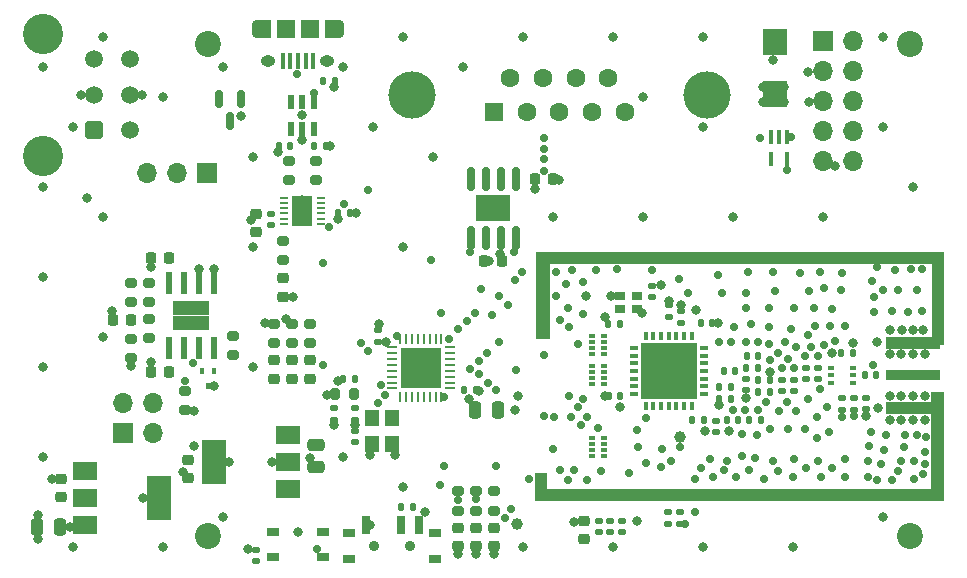
<source format=gbr>
%TF.GenerationSoftware,KiCad,Pcbnew,7.0.6*%
%TF.CreationDate,2023-10-05T23:14:00-06:00*%
%TF.ProjectId,CAN-USB RF Module,43414e2d-5553-4422-9052-46204d6f6475,1.0*%
%TF.SameCoordinates,Original*%
%TF.FileFunction,Soldermask,Top*%
%TF.FilePolarity,Negative*%
%FSLAX46Y46*%
G04 Gerber Fmt 4.6, Leading zero omitted, Abs format (unit mm)*
G04 Created by KiCad (PCBNEW 7.0.6) date 2023-10-05 23:14:00*
%MOMM*%
%LPD*%
G01*
G04 APERTURE LIST*
G04 Aperture macros list*
%AMRoundRect*
0 Rectangle with rounded corners*
0 $1 Rounding radius*
0 $2 $3 $4 $5 $6 $7 $8 $9 X,Y pos of 4 corners*
0 Add a 4 corners polygon primitive as box body*
4,1,4,$2,$3,$4,$5,$6,$7,$8,$9,$2,$3,0*
0 Add four circle primitives for the rounded corners*
1,1,$1+$1,$2,$3*
1,1,$1+$1,$4,$5*
1,1,$1+$1,$6,$7*
1,1,$1+$1,$8,$9*
0 Add four rect primitives between the rounded corners*
20,1,$1+$1,$2,$3,$4,$5,0*
20,1,$1+$1,$4,$5,$6,$7,0*
20,1,$1+$1,$6,$7,$8,$9,0*
20,1,$1+$1,$8,$9,$2,$3,0*%
G04 Aperture macros list end*
%ADD10C,0.000000*%
%ADD11RoundRect,0.200000X0.200000X0.275000X-0.200000X0.275000X-0.200000X-0.275000X0.200000X-0.275000X0*%
%ADD12RoundRect,0.225000X0.225000X0.250000X-0.225000X0.250000X-0.225000X-0.250000X0.225000X-0.250000X0*%
%ADD13RoundRect,0.225000X-0.225000X-0.250000X0.225000X-0.250000X0.225000X0.250000X-0.225000X0.250000X0*%
%ADD14RoundRect,0.150000X0.150000X-0.825000X0.150000X0.825000X-0.150000X0.825000X-0.150000X-0.825000X0*%
%ADD15R,3.000000X2.290000*%
%ADD16RoundRect,0.200000X-0.275000X0.200000X-0.275000X-0.200000X0.275000X-0.200000X0.275000X0.200000X0*%
%ADD17RoundRect,0.140000X-0.140000X-0.170000X0.140000X-0.170000X0.140000X0.170000X-0.140000X0.170000X0*%
%ADD18RoundRect,0.218750X0.256250X-0.218750X0.256250X0.218750X-0.256250X0.218750X-0.256250X-0.218750X0*%
%ADD19RoundRect,0.135000X-0.185000X0.135000X-0.185000X-0.135000X0.185000X-0.135000X0.185000X0.135000X0*%
%ADD20RoundRect,0.147500X0.172500X-0.147500X0.172500X0.147500X-0.172500X0.147500X-0.172500X-0.147500X0*%
%ADD21RoundRect,0.140000X0.170000X-0.140000X0.170000X0.140000X-0.170000X0.140000X-0.170000X-0.140000X0*%
%ADD22RoundRect,0.140000X-0.170000X0.140000X-0.170000X-0.140000X0.170000X-0.140000X0.170000X0.140000X0*%
%ADD23RoundRect,0.200000X0.275000X-0.200000X0.275000X0.200000X-0.275000X0.200000X-0.275000X-0.200000X0*%
%ADD24C,2.200000*%
%ADD25C,1.000000*%
%ADD26R,2.000000X1.500000*%
%ADD27R,2.000000X3.800000*%
%ADD28RoundRect,0.140000X0.140000X0.170000X-0.140000X0.170000X-0.140000X-0.170000X0.140000X-0.170000X0*%
%ADD29RoundRect,0.218750X-0.218750X-0.256250X0.218750X-0.256250X0.218750X0.256250X-0.218750X0.256250X0*%
%ADD30R,1.200000X1.400000*%
%ADD31R,0.600000X0.420000*%
%ADD32RoundRect,0.135000X0.185000X-0.135000X0.185000X0.135000X-0.185000X0.135000X-0.185000X-0.135000X0*%
%ADD33RoundRect,0.250000X-0.475000X0.250000X-0.475000X-0.250000X0.475000X-0.250000X0.475000X0.250000X0*%
%ADD34RoundRect,0.225000X-0.250000X0.225000X-0.250000X-0.225000X0.250000X-0.225000X0.250000X0.225000X0*%
%ADD35RoundRect,0.147500X0.147500X0.172500X-0.147500X0.172500X-0.147500X-0.172500X0.147500X-0.172500X0*%
%ADD36R,0.500000X0.320000*%
%ADD37R,1.700000X1.700000*%
%ADD38O,1.700000X1.700000*%
%ADD39C,4.000000*%
%ADD40R,1.600000X1.600000*%
%ADD41C,1.600000*%
%ADD42R,0.400000X1.350000*%
%ADD43O,0.890000X1.550000*%
%ADD44R,1.200000X1.550000*%
%ADD45O,1.250000X0.950000*%
%ADD46R,1.500000X1.550000*%
%ADD47R,2.150000X2.200000*%
%ADD48R,1.000000X0.800000*%
%ADD49C,0.900000*%
%ADD50R,0.700000X1.500000*%
%ADD51RoundRect,0.250000X0.250000X0.475000X-0.250000X0.475000X-0.250000X-0.475000X0.250000X-0.475000X0*%
%ADD52R,0.400000X1.200000*%
%ADD53RoundRect,0.250001X0.499999X-0.499999X0.499999X0.499999X-0.499999X0.499999X-0.499999X-0.499999X0*%
%ADD54C,1.500000*%
%ADD55C,3.410000*%
%ADD56RoundRect,0.218750X-0.256250X0.218750X-0.256250X-0.218750X0.256250X-0.218750X0.256250X0.218750X0*%
%ADD57R,4.560000X0.850000*%
%ADD58R,4.560000X1.000000*%
%ADD59RoundRect,0.250000X-0.250000X-0.475000X0.250000X-0.475000X0.250000X0.475000X-0.250000X0.475000X0*%
%ADD60R,0.600000X1.200000*%
%ADD61RoundRect,0.147500X-0.147500X-0.172500X0.147500X-0.172500X0.147500X0.172500X-0.147500X0.172500X0*%
%ADD62RoundRect,0.225000X0.250000X-0.225000X0.250000X0.225000X-0.250000X0.225000X-0.250000X-0.225000X0*%
%ADD63RoundRect,0.062500X-0.375000X-0.062500X0.375000X-0.062500X0.375000X0.062500X-0.375000X0.062500X0*%
%ADD64RoundRect,0.062500X-0.062500X-0.375000X0.062500X-0.375000X0.062500X0.375000X-0.062500X0.375000X0*%
%ADD65R,3.450000X3.450000*%
%ADD66R,1.050000X0.650000*%
%ADD67R,0.300000X0.750000*%
%ADD68R,0.750000X0.300000*%
%ADD69R,4.800000X4.800000*%
%ADD70R,0.610000X1.910000*%
%ADD71R,1.550000X1.205000*%
%ADD72RoundRect,0.150000X-0.150000X0.587500X-0.150000X-0.587500X0.150000X-0.587500X0.150000X0.587500X0*%
%ADD73R,0.900000X0.800000*%
%ADD74RoundRect,0.135000X-0.135000X-0.185000X0.135000X-0.185000X0.135000X0.185000X-0.135000X0.185000X0*%
%ADD75R,0.650000X0.250000*%
%ADD76R,1.700000X2.500000*%
%ADD77R,0.400000X0.510000*%
%ADD78C,0.800000*%
%ADD79C,0.700000*%
G04 APERTURE END LIST*
D10*
G36*
X176911000Y-112649000D02*
G01*
X142240000Y-112649000D01*
X142240000Y-110236000D01*
X143256000Y-110236000D01*
X143256000Y-111633000D01*
X175768000Y-111633000D01*
X175768000Y-103378000D01*
X176911000Y-103378000D01*
X176911000Y-112649000D01*
G37*
G36*
X176911000Y-99441000D02*
G01*
X175895000Y-99441000D01*
X175895000Y-92583000D01*
X143510000Y-92583000D01*
X143510000Y-98933000D01*
X142367000Y-98933000D01*
X142367000Y-91567000D01*
X176911000Y-91567000D01*
X176911000Y-99441000D01*
G37*
D11*
%TO.C,FB1*%
X126967500Y-103604000D03*
X125317500Y-103604000D03*
%TD*%
D12*
%TO.C,C46*%
X143777000Y-85344000D03*
X142227000Y-85344000D03*
%TD*%
D13*
%TO.C,C45*%
X137909000Y-92329000D03*
X139459000Y-92329000D03*
%TD*%
D14*
%TO.C,U10*%
X136835000Y-90333000D03*
X138105000Y-90333000D03*
X139375000Y-90333000D03*
X140645000Y-90333000D03*
X140645000Y-85383000D03*
X139375000Y-85383000D03*
X138105000Y-85383000D03*
X136835000Y-85383000D03*
D15*
X138740000Y-87858000D03*
%TD*%
D16*
%TO.C,R9*%
X112649000Y-103315000D03*
X112649000Y-104965000D03*
%TD*%
D17*
%TO.C,C29*%
X158270000Y-101600000D03*
X159230000Y-101600000D03*
%TD*%
D18*
%TO.C,D7*%
X120142000Y-102260500D03*
X120142000Y-100685500D03*
%TD*%
D19*
%TO.C,R18*%
X168275000Y-103884000D03*
X168275000Y-104904000D03*
%TD*%
D20*
%TO.C,L5*%
X165227000Y-102339000D03*
X165227000Y-101369000D03*
%TD*%
D21*
%TO.C,C24*%
X154606600Y-97523000D03*
X154606600Y-96563000D03*
%TD*%
D22*
%TO.C,C33*%
X157607000Y-105819000D03*
X157607000Y-106779000D03*
%TD*%
D19*
%TO.C,R17*%
X169291000Y-103884000D03*
X169291000Y-104904000D03*
%TD*%
D23*
%TO.C,R15*%
X123712000Y-85453000D03*
X123712000Y-83803000D03*
%TD*%
D22*
%TO.C,C43*%
X148653500Y-114328000D03*
X148653500Y-115288000D03*
%TD*%
D24*
%TO.C,H2*%
X173990000Y-115570000D03*
%TD*%
D25*
%TO.C,TP1*%
X140716000Y-114554000D03*
%TD*%
D17*
%TO.C,C36*%
X158524000Y-105791000D03*
X159484000Y-105791000D03*
%TD*%
D26*
%TO.C,U5*%
X104164600Y-110095000D03*
X104164600Y-112395000D03*
D27*
X110464600Y-112395000D03*
D26*
X104164600Y-114695000D03*
%TD*%
D21*
%TO.C,C25*%
X153590600Y-97015000D03*
X153590600Y-96055000D03*
%TD*%
D28*
%TO.C,C40*%
X169164000Y-100076000D03*
X168204000Y-100076000D03*
%TD*%
D16*
%TO.C,R7*%
X109601000Y-97219000D03*
X109601000Y-98869000D03*
%TD*%
D29*
%TO.C,D5*%
X106527500Y-97282000D03*
X108102500Y-97282000D03*
%TD*%
D30*
%TO.C,U1*%
X130136000Y-107780000D03*
X130136000Y-105580000D03*
X128436000Y-105580000D03*
X128436000Y-107780000D03*
%TD*%
D31*
%TO.C,U9*%
X167325000Y-101333000D03*
X167325000Y-101983000D03*
X167325000Y-102633000D03*
X169225000Y-102633000D03*
X169225000Y-101983000D03*
X169225000Y-101333000D03*
%TD*%
D16*
%TO.C,R12*%
X120142000Y-97600000D03*
X120142000Y-99250000D03*
%TD*%
%TO.C,R10*%
X116713000Y-98616000D03*
X116713000Y-100266000D03*
%TD*%
D22*
%TO.C,C1*%
X118618000Y-116741000D03*
X118618000Y-117701000D03*
%TD*%
D32*
%TO.C,R20*%
X153543000Y-114554000D03*
X153543000Y-113534000D03*
%TD*%
D17*
%TO.C,C19*%
X120565000Y-82550000D03*
X121525000Y-82550000D03*
%TD*%
D33*
%TO.C,C14*%
X123698000Y-107889000D03*
X123698000Y-109789000D03*
%TD*%
D24*
%TO.C,H3*%
X114554000Y-73914000D03*
%TD*%
D34*
%TO.C,C13*%
X112903000Y-109156200D03*
X112903000Y-110706200D03*
%TD*%
D17*
%TO.C,C23*%
X156285600Y-97551000D03*
X157245600Y-97551000D03*
%TD*%
D12*
%TO.C,C10*%
X111265000Y-101727000D03*
X109715000Y-101727000D03*
%TD*%
D16*
%TO.C,R11*%
X123190000Y-97600000D03*
X123190000Y-99250000D03*
%TD*%
D35*
%TO.C,L2*%
X161140000Y-101346000D03*
X160170000Y-101346000D03*
%TD*%
D16*
%TO.C,R13*%
X121666000Y-97600000D03*
X121666000Y-99250000D03*
%TD*%
D18*
%TO.C,D6*%
X123190000Y-102260500D03*
X123190000Y-100685500D03*
%TD*%
D34*
%TO.C,C16*%
X118632000Y-88298000D03*
X118632000Y-89848000D03*
%TD*%
D36*
%TO.C,RN2*%
X147074000Y-98691000D03*
X147074000Y-99191000D03*
X147074000Y-99691000D03*
X147074000Y-100191000D03*
X148074000Y-100191000D03*
X148074000Y-99691000D03*
X148074000Y-99191000D03*
X148074000Y-98691000D03*
%TD*%
D18*
%TO.C,D2*%
X137287000Y-116465750D03*
X137287000Y-114890750D03*
%TD*%
D21*
%TO.C,C37*%
X166243000Y-102334000D03*
X166243000Y-101374000D03*
%TD*%
D17*
%TO.C,C15*%
X125631000Y-88265000D03*
X126591000Y-88265000D03*
%TD*%
D18*
%TO.C,D3*%
X138811000Y-116465750D03*
X138811000Y-114890750D03*
%TD*%
D22*
%TO.C,C32*%
X160147000Y-102263000D03*
X160147000Y-103223000D03*
%TD*%
D36*
%TO.C,RN3*%
X147074000Y-101231000D03*
X147074000Y-101731000D03*
X147074000Y-102231000D03*
X147074000Y-102731000D03*
X148074000Y-102731000D03*
X148074000Y-102231000D03*
X148074000Y-101731000D03*
X148074000Y-101231000D03*
%TD*%
D28*
%TO.C,C22*%
X149451000Y-97663000D03*
X148491000Y-97663000D03*
%TD*%
D22*
%TO.C,C17*%
X119902000Y-88311000D03*
X119902000Y-89271000D03*
%TD*%
%TO.C,C5*%
X127000000Y-106708000D03*
X127000000Y-107668000D03*
%TD*%
D37*
%TO.C,J3*%
X107391200Y-106857800D03*
D38*
X107391200Y-104317800D03*
X109931200Y-106857800D03*
X109931200Y-104317800D03*
%TD*%
D39*
%TO.C,J6*%
X156826000Y-78232000D03*
X131826000Y-78232000D03*
D40*
X138786000Y-79652000D03*
D41*
X141556000Y-79652000D03*
X144326000Y-79652000D03*
X147096000Y-79652000D03*
X149866000Y-79652000D03*
X140171000Y-76812000D03*
X142941000Y-76812000D03*
X145711000Y-76812000D03*
X148481000Y-76812000D03*
%TD*%
D42*
%TO.C,J4*%
X123490000Y-75344000D03*
X122840000Y-75344000D03*
X122190000Y-75344000D03*
X121540000Y-75344000D03*
X120890000Y-75344000D03*
D43*
X125690000Y-72644000D03*
D44*
X125090000Y-72644000D03*
D45*
X124690000Y-75344000D03*
D46*
X123190000Y-72644000D03*
X121190000Y-72644000D03*
D45*
X119690000Y-75344000D03*
D44*
X119290000Y-72644000D03*
D43*
X118690000Y-72644000D03*
%TD*%
D47*
%TO.C,D4*%
X162560000Y-73746000D03*
X162560000Y-78146000D03*
%TD*%
D28*
%TO.C,C26*%
X149498600Y-103774000D03*
X148538600Y-103774000D03*
%TD*%
D20*
%TO.C,L4*%
X163195000Y-103355000D03*
X163195000Y-102385000D03*
%TD*%
D17*
%TO.C,C28*%
X157889000Y-104013000D03*
X158849000Y-104013000D03*
%TD*%
D23*
%TO.C,R16*%
X121426000Y-85453000D03*
X121426000Y-83803000D03*
%TD*%
D48*
%TO.C,SW2*%
X126525000Y-115298000D03*
X126525000Y-117508000D03*
D49*
X128675000Y-116408000D03*
X131675000Y-116408000D03*
D48*
X133825000Y-115298000D03*
X133825000Y-117508000D03*
D50*
X127925000Y-114648000D03*
X130925000Y-114648000D03*
X132425000Y-114648000D03*
%TD*%
D51*
%TO.C,C12*%
X102042000Y-114808000D03*
X100142000Y-114808000D03*
%TD*%
D36*
%TO.C,RN1*%
X147074000Y-107327000D03*
X147074000Y-107827000D03*
X147074000Y-108327000D03*
X147074000Y-108827000D03*
X148074000Y-108827000D03*
X148074000Y-108327000D03*
X148074000Y-107827000D03*
X148074000Y-107327000D03*
%TD*%
D23*
%TO.C,R2*%
X135763000Y-113455250D03*
X135763000Y-111805250D03*
%TD*%
D52*
%TO.C,IC1*%
X163576000Y-81788000D03*
X162926000Y-81788000D03*
X162276000Y-81788000D03*
X162276000Y-83688000D03*
X163576000Y-83688000D03*
%TD*%
D17*
%TO.C,C38*%
X160429000Y-105791000D03*
X161389000Y-105791000D03*
%TD*%
D53*
%TO.C,J2*%
X104947000Y-81232000D03*
D54*
X104947000Y-78232000D03*
X104947000Y-75232000D03*
X107947000Y-81232000D03*
X107947000Y-78232000D03*
X107947000Y-75232000D03*
D55*
X100627000Y-83382000D03*
X100627000Y-73082000D03*
%TD*%
D56*
%TO.C,D9*%
X120918000Y-93746500D03*
X120918000Y-95321500D03*
%TD*%
D22*
%TO.C,C35*%
X149669500Y-114328000D03*
X149669500Y-115288000D03*
%TD*%
D34*
%TO.C,C39*%
X146431000Y-114287000D03*
X146431000Y-115837000D03*
%TD*%
D16*
%TO.C,R8*%
X108077000Y-98870000D03*
X108077000Y-100520000D03*
%TD*%
D57*
%TO.C,J5*%
X174244000Y-101981000D03*
D58*
X174244000Y-104751000D03*
X174244000Y-99211000D03*
%TD*%
D23*
%TO.C,R4*%
X138811000Y-113455250D03*
X138811000Y-111805250D03*
%TD*%
D26*
%TO.C,U6*%
X121387000Y-111647000D03*
X121387000Y-109347000D03*
D27*
X115087000Y-109347000D03*
D26*
X121387000Y-107047000D03*
%TD*%
D17*
%TO.C,C30*%
X161191000Y-102362000D03*
X162151000Y-102362000D03*
%TD*%
D18*
%TO.C,D1*%
X135763000Y-116465750D03*
X135763000Y-114890750D03*
%TD*%
D16*
%TO.C,R5*%
X108077000Y-94171000D03*
X108077000Y-95821000D03*
%TD*%
D59*
%TO.C,C2*%
X137226000Y-104902000D03*
X139126000Y-104902000D03*
%TD*%
D60*
%TO.C,D10*%
X121619000Y-81160000D03*
X122569000Y-81160000D03*
X123519000Y-81160000D03*
X123519000Y-78860000D03*
X122569000Y-78860000D03*
X121619000Y-78860000D03*
%TD*%
D23*
%TO.C,R3*%
X137287000Y-113455250D03*
X137287000Y-111805250D03*
%TD*%
D37*
%TO.C,J1*%
X166624000Y-73660000D03*
D38*
X169164000Y-73660000D03*
X166624000Y-76200000D03*
X169164000Y-76200000D03*
X166624000Y-78740000D03*
X169164000Y-78740000D03*
X166624000Y-81280000D03*
X169164000Y-81280000D03*
X166624000Y-83820000D03*
X169164000Y-83820000D03*
%TD*%
D21*
%TO.C,C3*%
X128936500Y-99131000D03*
X128936500Y-98171000D03*
%TD*%
D22*
%TO.C,C8*%
X125253500Y-104775000D03*
X125253500Y-105735000D03*
%TD*%
D61*
%TO.C,L3*%
X155598000Y-105791000D03*
X156568000Y-105791000D03*
%TD*%
%TO.C,L1*%
X160193000Y-100330000D03*
X161163000Y-100330000D03*
%TD*%
D37*
%TO.C,JP1*%
X114539000Y-84836000D03*
D38*
X111999000Y-84836000D03*
X109459000Y-84836000D03*
%TD*%
D21*
%TO.C,C21*%
X152146000Y-95349000D03*
X152146000Y-94389000D03*
%TD*%
D28*
%TO.C,C20*%
X125293000Y-77089000D03*
X124333000Y-77089000D03*
%TD*%
D62*
%TO.C,C11*%
X102108000Y-112281000D03*
X102108000Y-110731000D03*
%TD*%
D63*
%TO.C,U2*%
X130157500Y-99596000D03*
X130157500Y-100096000D03*
X130157500Y-100596000D03*
X130157500Y-101096000D03*
X130157500Y-101596000D03*
X130157500Y-102096000D03*
X130157500Y-102596000D03*
X130157500Y-103096000D03*
D64*
X130845000Y-103783500D03*
X131345000Y-103783500D03*
X131845000Y-103783500D03*
X132345000Y-103783500D03*
X132845000Y-103783500D03*
X133345000Y-103783500D03*
X133845000Y-103783500D03*
X134345000Y-103783500D03*
D63*
X135032500Y-103096000D03*
X135032500Y-102596000D03*
X135032500Y-102096000D03*
X135032500Y-101596000D03*
X135032500Y-101096000D03*
X135032500Y-100596000D03*
X135032500Y-100096000D03*
X135032500Y-99596000D03*
D64*
X134345000Y-98908500D03*
X133845000Y-98908500D03*
X133345000Y-98908500D03*
X132845000Y-98908500D03*
X132345000Y-98908500D03*
X131845000Y-98908500D03*
X131345000Y-98908500D03*
X130845000Y-98908500D03*
D65*
X132595000Y-101346000D03*
%TD*%
D24*
%TO.C,H4*%
X114554000Y-115570000D03*
%TD*%
D66*
%TO.C,SW1*%
X120127202Y-115257000D03*
X124277202Y-115257000D03*
X120127202Y-117407000D03*
X124277202Y-117407000D03*
%TD*%
D19*
%TO.C,R19*%
X154559000Y-113534000D03*
X154559000Y-114554000D03*
%TD*%
D67*
%TO.C,U8*%
X155540600Y-98640000D03*
X154890600Y-98640000D03*
X154240600Y-98640000D03*
X153590600Y-98640000D03*
X152940600Y-98640000D03*
X152290600Y-98640000D03*
X151640600Y-98640000D03*
D68*
X150615600Y-99665000D03*
X150615600Y-100315000D03*
X150615600Y-100965000D03*
X150615600Y-101615000D03*
X150615600Y-102265000D03*
X150615600Y-102915000D03*
X150615600Y-103565000D03*
D67*
X151640600Y-104590000D03*
X152290600Y-104590000D03*
X152940600Y-104590000D03*
X153590600Y-104590000D03*
X154240600Y-104590000D03*
X154890600Y-104590000D03*
X155540600Y-104590000D03*
D68*
X156565600Y-103565000D03*
X156565600Y-102915000D03*
X156565600Y-102265000D03*
X156565600Y-101615000D03*
X156565600Y-100965000D03*
X156565600Y-100315000D03*
X156565600Y-99665000D03*
D69*
X153590600Y-101615000D03*
%TD*%
D21*
%TO.C,C34*%
X164211000Y-103350000D03*
X164211000Y-102390000D03*
%TD*%
D24*
%TO.C,H1*%
X173990000Y-73914000D03*
%TD*%
D22*
%TO.C,C7*%
X127031500Y-104775000D03*
X127031500Y-105735000D03*
%TD*%
D70*
%TO.C,U3*%
X115062000Y-94135000D03*
X113792000Y-94135000D03*
X112522000Y-94135000D03*
X111252000Y-94135000D03*
X111252000Y-99695000D03*
X112522000Y-99695000D03*
X113792000Y-99695000D03*
X115062000Y-99695000D03*
D71*
X113932000Y-96312500D03*
X112382000Y-96312500D03*
X113932000Y-97517500D03*
X112382000Y-97517500D03*
%TD*%
D17*
%TO.C,C31*%
X161191000Y-103378000D03*
X162151000Y-103378000D03*
%TD*%
D72*
%TO.C,U4*%
X117409000Y-78564500D03*
X115509000Y-78564500D03*
X116459000Y-80439500D03*
%TD*%
D22*
%TO.C,C41*%
X147701000Y-114328000D03*
X147701000Y-115288000D03*
%TD*%
D25*
%TO.C,TP2*%
X154559000Y-107188000D03*
%TD*%
D28*
%TO.C,C6*%
X127003500Y-102334000D03*
X126043500Y-102334000D03*
%TD*%
D73*
%TO.C,Y1*%
X149476000Y-96350000D03*
X150876000Y-96350000D03*
X150876000Y-95250000D03*
X149476000Y-95250000D03*
%TD*%
D12*
%TO.C,C9*%
X111278000Y-92075000D03*
X109728000Y-92075000D03*
%TD*%
D28*
%TO.C,C18*%
X124547000Y-82550000D03*
X123587000Y-82550000D03*
%TD*%
D17*
%TO.C,C44*%
X170208000Y-101981000D03*
X171168000Y-101981000D03*
%TD*%
D74*
%TO.C,R1*%
X130933000Y-113157000D03*
X131953000Y-113157000D03*
%TD*%
D75*
%TO.C,U7*%
X121019000Y-86932000D03*
X121019000Y-87382000D03*
X121019000Y-87832000D03*
X121019000Y-88282000D03*
X121019000Y-88732000D03*
X121019000Y-89182000D03*
X124119000Y-89182000D03*
X124119000Y-88732000D03*
X124119000Y-88282000D03*
X124119000Y-87832000D03*
X124119000Y-87382000D03*
X124119000Y-86932000D03*
D76*
X122569000Y-88057000D03*
%TD*%
D22*
%TO.C,C42*%
X170307000Y-103914000D03*
X170307000Y-104874000D03*
%TD*%
D16*
%TO.C,R14*%
X120918000Y-90598000D03*
X120918000Y-92248000D03*
%TD*%
D77*
%TO.C,Q1*%
X115054000Y-101590000D03*
X114054000Y-101590000D03*
X114554000Y-102880000D03*
%TD*%
D17*
%TO.C,C4*%
X136299000Y-103251000D03*
X137259000Y-103251000D03*
%TD*%
D18*
%TO.C,D8*%
X121666000Y-102260500D03*
X121666000Y-100685500D03*
%TD*%
D17*
%TO.C,C27*%
X157889000Y-102997000D03*
X158849000Y-102997000D03*
%TD*%
D23*
%TO.C,R6*%
X109601000Y-95821000D03*
X109601000Y-94171000D03*
%TD*%
D78*
X124690175Y-103632000D03*
X139336852Y-91698852D03*
X144309500Y-85433500D03*
X142240000Y-86233000D03*
X138684000Y-88519000D03*
X139700000Y-87249000D03*
X137795000Y-87249000D03*
X138409500Y-92329000D03*
X142922600Y-92075000D03*
D79*
X157861000Y-99187000D03*
X155194000Y-94996000D03*
D78*
X140591000Y-104902000D03*
X125614300Y-102504051D03*
X174244000Y-105791000D03*
X122503000Y-82042000D03*
D79*
X167132000Y-106807000D03*
D78*
X154559000Y-112141000D03*
X152066600Y-101615000D03*
X142748000Y-112014000D03*
X109728000Y-92837000D03*
D79*
X163576000Y-104267000D03*
X165481000Y-94869000D03*
D78*
X148844000Y-112141000D03*
X125982000Y-75856508D03*
D79*
X163703000Y-106553000D03*
D78*
X113411000Y-105029000D03*
D79*
X161036000Y-107061000D03*
D78*
X103632000Y-109982000D03*
D79*
X170688000Y-106807000D03*
D78*
X175514000Y-92075000D03*
D79*
X145161000Y-103759000D03*
X162814000Y-110109000D03*
D78*
X142748000Y-110744000D03*
D79*
X173609000Y-107061000D03*
X166370000Y-103124000D03*
D78*
X158750000Y-112141000D03*
X125982000Y-108876508D03*
X148209000Y-97028000D03*
X161544000Y-77597000D03*
X100582000Y-75856508D03*
D79*
X144018000Y-93218000D03*
D78*
X141222000Y-73316508D03*
X101346000Y-110744000D03*
X165354000Y-76327000D03*
X154606600Y-96001600D03*
D79*
X172720000Y-93091000D03*
D78*
X155956000Y-112141000D03*
X174244000Y-112141000D03*
X113792000Y-92964000D03*
D79*
X165100000Y-100330000D03*
X175387000Y-107188000D03*
X166243000Y-109220000D03*
X157099000Y-109093000D03*
D78*
X152908000Y-94361000D03*
X124931500Y-82550000D03*
D79*
X163703000Y-100584000D03*
D78*
X161544000Y-112141000D03*
D79*
X164084000Y-110617000D03*
X134585899Y-103834135D03*
X174625000Y-94742000D03*
X164211000Y-109093000D03*
D78*
X138811000Y-117094000D03*
D79*
X162433000Y-93218000D03*
X167259000Y-97790000D03*
D78*
X100203000Y-115824000D03*
D79*
X166370000Y-93218000D03*
X161798000Y-104267000D03*
D78*
X153590600Y-95696800D03*
X174244000Y-103759000D03*
X172720000Y-112141000D03*
X175260000Y-100203000D03*
X176323600Y-105029000D03*
X154559000Y-92075000D03*
D79*
X163449000Y-99187000D03*
D78*
X171323000Y-112141000D03*
X176276000Y-107315000D03*
D79*
X145542000Y-109982000D03*
D78*
X175260000Y-103759000D03*
X173228000Y-103759000D03*
X104340000Y-86995000D03*
D79*
X150241000Y-110236000D03*
X145288000Y-105537000D03*
D78*
X174244000Y-100203000D03*
X175641000Y-112141000D03*
X176403000Y-97282000D03*
X175260000Y-105791000D03*
D79*
X166751000Y-99441000D03*
X166116000Y-107315000D03*
X174625000Y-107061000D03*
X160147000Y-99187000D03*
D78*
X153162000Y-112141000D03*
X161544000Y-92075000D03*
D79*
X153162000Y-92075000D03*
D78*
X172339000Y-105791000D03*
X100582000Y-86016508D03*
X129032000Y-97663000D03*
X103122000Y-80936508D03*
X156462000Y-116496508D03*
X137522548Y-103320500D03*
X115062000Y-102870000D03*
X136142000Y-75856508D03*
X131062000Y-91096508D03*
X122174000Y-115257000D03*
X172339000Y-98171000D03*
D79*
X146685000Y-105537000D03*
D78*
X167417200Y-100089600D03*
D79*
X162433000Y-109220000D03*
D78*
X131476500Y-100175000D03*
D79*
X168529000Y-109093000D03*
D78*
X142922600Y-94234000D03*
X131476500Y-102588000D03*
X155114600Y-103139000D03*
D79*
X171196000Y-92837000D03*
D78*
X157353000Y-92075000D03*
X109728000Y-100838000D03*
X128522000Y-80936508D03*
D79*
X165100000Y-106553000D03*
X159258000Y-110617000D03*
D78*
X153162000Y-92075000D03*
D79*
X146304000Y-104013000D03*
X175006000Y-96520000D03*
D78*
X143762000Y-88556508D03*
X176276000Y-108585000D03*
X148717000Y-95250000D03*
D79*
X161163000Y-104902000D03*
D78*
X174242000Y-86016508D03*
X104648000Y-110236000D03*
D79*
X158115000Y-94996000D03*
X175260000Y-109474000D03*
D78*
X142922600Y-96853400D03*
D79*
X158496000Y-109220000D03*
D78*
X147574000Y-112141000D03*
X146304000Y-112141000D03*
X147748600Y-92075000D03*
X143938600Y-92075000D03*
D79*
X162052000Y-96266000D03*
X161671000Y-110744000D03*
X149225000Y-92964000D03*
X162814000Y-100076000D03*
D78*
X164338000Y-112141000D03*
X160147000Y-112141000D03*
X131062000Y-111416508D03*
D79*
X175260000Y-108458000D03*
D78*
X155114600Y-100091000D03*
X155114600Y-101615000D03*
X142922600Y-93091000D03*
X145002200Y-92075000D03*
D79*
X170942000Y-96647000D03*
D78*
X167640000Y-84270500D03*
X152066600Y-100091000D03*
D79*
X171831000Y-108331000D03*
D78*
X148842000Y-116496508D03*
X164338000Y-92075000D03*
D79*
X170912000Y-101094000D03*
D78*
X141222000Y-116496508D03*
X103787500Y-78232000D03*
D79*
X168529000Y-97790000D03*
D78*
X110742000Y-116496508D03*
D79*
X156337000Y-109855000D03*
D78*
X150051900Y-112141000D03*
X127089500Y-88265000D03*
D79*
X164338000Y-99568000D03*
X160147000Y-94996000D03*
D78*
X176403000Y-98298000D03*
X132520500Y-101445000D03*
X171323000Y-104775000D03*
D79*
X172466000Y-110871000D03*
D78*
X168529000Y-92075000D03*
X157781600Y-97551000D03*
X125222000Y-77597000D03*
X120486500Y-83104000D03*
X133602000Y-83476508D03*
D79*
X146304000Y-96774000D03*
X160147000Y-96266000D03*
D78*
X121793000Y-111887000D03*
D79*
X172466000Y-96520000D03*
X145923000Y-104648000D03*
D78*
X174244000Y-92075000D03*
X159002000Y-88556508D03*
X171702000Y-80936508D03*
X176403000Y-92075000D03*
X131062000Y-73316508D03*
D79*
X166243000Y-100330000D03*
X175133000Y-110363000D03*
X144399000Y-97282000D03*
D78*
X100582000Y-108876508D03*
X142922600Y-98171000D03*
X158750000Y-92075000D03*
D79*
X168529000Y-110617000D03*
D78*
X113919000Y-96393000D03*
D79*
X153035000Y-108204000D03*
D78*
X108966000Y-78232000D03*
X105662000Y-73316508D03*
X115822000Y-113956508D03*
D79*
X171196000Y-110871000D03*
D78*
X162941000Y-92075000D03*
X131496500Y-101420500D03*
X103122000Y-116496508D03*
D79*
X173482000Y-108077000D03*
X170561000Y-107950000D03*
D78*
X133635500Y-102588000D03*
X148209000Y-103774000D03*
D79*
X171704000Y-94742000D03*
X165608000Y-99568000D03*
D78*
X173355000Y-98171000D03*
D79*
X167386000Y-109855000D03*
X160528000Y-97663000D03*
D78*
X128270000Y-114681000D03*
D79*
X147447000Y-93091000D03*
X159766000Y-106934000D03*
D78*
X153590600Y-101615000D03*
X146558000Y-95250000D03*
X162179000Y-101727000D03*
D79*
X171958000Y-107061000D03*
X170434000Y-110617000D03*
X168148000Y-94742000D03*
X145034000Y-96266000D03*
D78*
X165735000Y-92075000D03*
D79*
X165989000Y-97790000D03*
X165862000Y-96266000D03*
D78*
X135763000Y-117094000D03*
X172974000Y-92075000D03*
D79*
X165354000Y-104013000D03*
X146177000Y-106172000D03*
X162560000Y-94869000D03*
D78*
X132492500Y-102588000D03*
D79*
X158242000Y-109982000D03*
D78*
X153590600Y-103139000D03*
D79*
X145415000Y-93091000D03*
D78*
X127000000Y-106172000D03*
X112506942Y-110192661D03*
D79*
X160274000Y-93218000D03*
X159004000Y-104902000D03*
D78*
X165481000Y-78867000D03*
D79*
X166751000Y-94615000D03*
X167640000Y-99060000D03*
X161163000Y-99187000D03*
X154432000Y-93853000D03*
D78*
X176323600Y-104013000D03*
D79*
X163195000Y-101346000D03*
D78*
X120904000Y-111379000D03*
X156462000Y-73316508D03*
X118362000Y-91096508D03*
X151765000Y-112141000D03*
X122569000Y-88057000D03*
D79*
X164211000Y-96266000D03*
D78*
X110742000Y-78396508D03*
X122569000Y-88950800D03*
X171958000Y-92075000D03*
D79*
X160020000Y-104902000D03*
D78*
X158734218Y-106737196D03*
X172339000Y-100203000D03*
D79*
X172974000Y-94742000D03*
D78*
X137287000Y-117094000D03*
X160147000Y-92075000D03*
X161544000Y-78867000D03*
X171196000Y-99187000D03*
X165735000Y-112141000D03*
D79*
X173863000Y-96647000D03*
D78*
X163322000Y-78867000D03*
D79*
X166497000Y-110617000D03*
D78*
X156462000Y-80936508D03*
X152066600Y-103139000D03*
X176276000Y-109855000D03*
D79*
X164338000Y-105029000D03*
X173228000Y-109220000D03*
X171577000Y-109474000D03*
D78*
X171702000Y-73316508D03*
D79*
X160909000Y-108966000D03*
X164719000Y-93345000D03*
D78*
X157353000Y-112141000D03*
D79*
X145034000Y-110871000D03*
X147828000Y-110109000D03*
D78*
X173228000Y-105791000D03*
D79*
X146685000Y-110871000D03*
D78*
X155575000Y-92075000D03*
X151342100Y-96701832D03*
D79*
X170434000Y-109220000D03*
D78*
X174244000Y-98171000D03*
D79*
X147574000Y-106426000D03*
X130585750Y-98649250D03*
D78*
X133635500Y-100175000D03*
X170648500Y-92075000D03*
X151382000Y-88556508D03*
D79*
X175006000Y-92964000D03*
X153797000Y-109220000D03*
D78*
X176403000Y-93345000D03*
X142922600Y-95504000D03*
D79*
X162052000Y-99314000D03*
D78*
X125222000Y-106172000D03*
X153590600Y-100091000D03*
D79*
X152908000Y-109728000D03*
D78*
X176323600Y-106045000D03*
X149145600Y-92075000D03*
D79*
X146304000Y-94107000D03*
X155829000Y-110744000D03*
D78*
X172339000Y-103759000D03*
X118362000Y-83476508D03*
X105662000Y-88556508D03*
D79*
X159766000Y-108839000D03*
X165227000Y-109855000D03*
X144907000Y-94234000D03*
X168275000Y-93345000D03*
X162179000Y-100711000D03*
D78*
X123241175Y-108988500D03*
X170307000Y-105410000D03*
X146351600Y-92075000D03*
X170180000Y-112141000D03*
X151382000Y-78396508D03*
D79*
X166116000Y-105537000D03*
X163957000Y-98044000D03*
X174117000Y-92964000D03*
D78*
X176276000Y-111252000D03*
X112395000Y-97536000D03*
X167132000Y-92075000D03*
X151765000Y-92075000D03*
X160147000Y-103886000D03*
X163322000Y-77597000D03*
D79*
X172974000Y-110109000D03*
X170815000Y-93980000D03*
X167005000Y-104648000D03*
D78*
X108077000Y-101219000D03*
X115822000Y-75856508D03*
D79*
X174371000Y-110744000D03*
D78*
X168529000Y-112141000D03*
X132492500Y-100175000D03*
D79*
X162941000Y-105029000D03*
D78*
X175133000Y-98171000D03*
D79*
X160401000Y-109982000D03*
D78*
X176403000Y-94742000D03*
D79*
X145161000Y-97917000D03*
X157734000Y-93472000D03*
D78*
X176403000Y-96012000D03*
X148842000Y-73316508D03*
X122580400Y-87172800D03*
X113919000Y-97536000D03*
X156625312Y-106714312D03*
X140843000Y-103759000D03*
D79*
X158877000Y-99187000D03*
X157353000Y-110617000D03*
X165354000Y-98552000D03*
D78*
X145034000Y-112141000D03*
X143764000Y-112141000D03*
D79*
X162179000Y-106553000D03*
D78*
X105662000Y-98716508D03*
X167132000Y-112141000D03*
X100582000Y-101256508D03*
X173228000Y-100203000D03*
D79*
X152146000Y-93091000D03*
X164211000Y-101346000D03*
X159131000Y-97917000D03*
D78*
X112395000Y-96393000D03*
D79*
X162052000Y-97917000D03*
X167386000Y-96393000D03*
D78*
X106426000Y-96520000D03*
D79*
X170942000Y-95377000D03*
D78*
X164082000Y-116496508D03*
X171702000Y-113956508D03*
X166622000Y-88556508D03*
D79*
X144018000Y-95250000D03*
D78*
X133655500Y-101420500D03*
X162941000Y-112141000D03*
X100582000Y-93636508D03*
D79*
X174371000Y-109220000D03*
D78*
X150415600Y-92075000D03*
X100203000Y-113792000D03*
X115062000Y-92964000D03*
X117983000Y-116731298D03*
X118362000Y-101256508D03*
D79*
X143002000Y-81893994D03*
X133477000Y-92202000D03*
X124293500Y-101092000D03*
X124293500Y-92456000D03*
X161290000Y-81915000D03*
X123825000Y-116713000D03*
X163957000Y-81788000D03*
D78*
X109093000Y-112395000D03*
D79*
X154940000Y-114554000D03*
D78*
X132969000Y-113538000D03*
X119380000Y-97536000D03*
X162433000Y-75311000D03*
X125603000Y-88773000D03*
X145542000Y-114427000D03*
X121793000Y-95377000D03*
X150876000Y-114300000D03*
X130429000Y-108712000D03*
X155880484Y-96444484D03*
X128270000Y-108712000D03*
X129650616Y-99170616D03*
X149479000Y-104648000D03*
X169172400Y-99241000D03*
X157889000Y-104521000D03*
X136653583Y-104013000D03*
X121412000Y-109347000D03*
X118187094Y-88821868D03*
X116332000Y-109347000D03*
X120015000Y-109347000D03*
X121194017Y-97211729D03*
X113411000Y-107950000D03*
D79*
X141192965Y-93225918D03*
X141732000Y-110744000D03*
X128143000Y-86308000D03*
X127520444Y-99261556D03*
X129558500Y-103659591D03*
X126064219Y-87470954D03*
X124841000Y-89408000D03*
X128943457Y-104330498D03*
X143807474Y-108207268D03*
X144399000Y-109982000D03*
X143891685Y-105537098D03*
X145923000Y-99365500D03*
X143001306Y-105409306D03*
X143002000Y-100290500D03*
X138596500Y-96861500D03*
X140500700Y-91559602D03*
X136525000Y-97361000D03*
X136779000Y-91567000D03*
X140208000Y-113284000D03*
X155829000Y-113538000D03*
X169291000Y-105410000D03*
X139954000Y-96012000D03*
X139192000Y-99187000D03*
X139231500Y-95250000D03*
X137707500Y-94702500D03*
X138235056Y-100081832D03*
X140629000Y-101503000D03*
X140589000Y-93892500D03*
X154559000Y-108077000D03*
X168275000Y-105537000D03*
X134326500Y-96686500D03*
X143002000Y-82793497D03*
X143002000Y-83693000D03*
X135019500Y-98933000D03*
X143002000Y-84709000D03*
X135763000Y-98044000D03*
X163576000Y-84582000D03*
X113307773Y-100915500D03*
X112649000Y-102489000D03*
D78*
X102870000Y-114808000D03*
X122569000Y-79960000D03*
X117409000Y-80010000D03*
D79*
X135763000Y-112505750D03*
X136779000Y-101421500D03*
X137541000Y-101912713D03*
X137287000Y-112477750D03*
X129230106Y-102770050D03*
X134239000Y-111289500D03*
X137199500Y-96686500D03*
X137509944Y-100806944D03*
X128142500Y-99921875D03*
X138977500Y-109690500D03*
X138977500Y-103251000D03*
X134569200Y-109690500D03*
X150952856Y-108037500D03*
X150876000Y-106652500D03*
X151627356Y-105574356D03*
X151638000Y-109387000D03*
X138303000Y-102596000D03*
X139718314Y-114057655D03*
X123519000Y-78105000D03*
X122090500Y-76472687D03*
M02*

</source>
